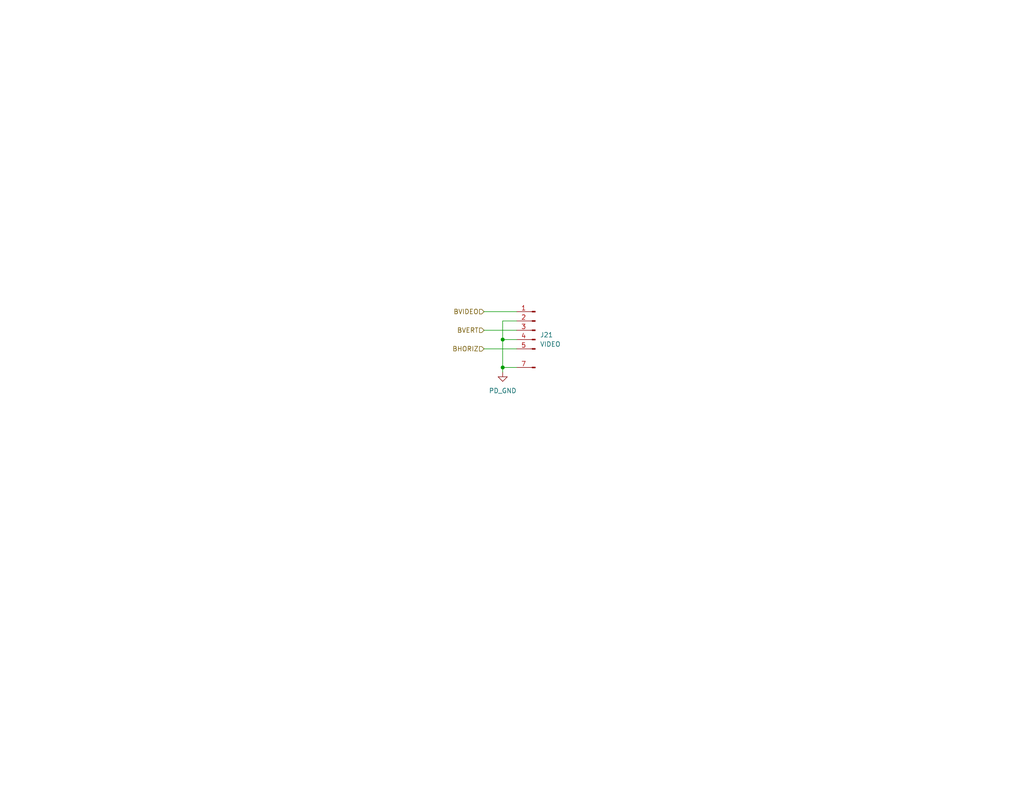
<source format=kicad_sch>
(kicad_sch (version 20211123) (generator eeschema)
  (paper "A")
  (title_block (title "EconoPET 40/8096") (date "2023-10-01") (rev "A"))
  (lib_symbols
    (symbol "PET:PD_GND" (power) (pin_names (offset 0))
      (property "Value" "PD_GND" (at 0 -3.81 0))
      (symbol "PD_GND_0_1"
        (polyline (pts (xy 0 0) (xy 0 -1.27) (xy 1.27 -1.27) (xy 0 -2.54) (xy -1.27 -1.27) (xy 0 -1.27)))
      )
      (symbol "PD_GND_1_1"
        (pin power_in line (at 0 0 270) (length 0) hide (name "PD_GND") (number "1"))
      )
    )
    (symbol "Retrocomputing:CBM_PET_VIDEO_Conn_Keyed" (pin_names (offset 1.016) hide)
      (property "Reference" "J9" (at 1.27 1.2701 0))
      (property "Value" "CBM_PET_VIDEO_Conn_Keyed" (at 1.27 -1.2699 0))
      (symbol "CBM_PET_VIDEO_Conn_Keyed_1_1"
        (polyline (pts (xy 1.27 -7.62) (xy 0.8636 -7.62)) (stroke (width 0.1524)))
        (polyline (pts (xy 1.27 -2.54) (xy 0.8636 -2.54)) (stroke (width 0.1524)))
        (polyline (pts (xy 1.27 0) (xy 0.8636 0)) (stroke (width 0.1524)))
        (polyline (pts (xy 1.27 2.54) (xy 0.8636 2.54)) (stroke (width 0.1524)))
        (polyline (pts (xy 1.27 5.08) (xy 0.8636 5.08)) (stroke (width 0.1524)))
        (polyline (pts (xy 1.27 7.62) (xy 0.8636 7.62)) (stroke (width 0.1524)))
        (rectangle (start 0.8636 -7.493) (end 0 -7.747) (stroke (width 0.1524)) (fill (type outline)))
        (rectangle (start 0.8636 -2.413) (end 0 -2.667) (stroke (width 0.1524)) (fill (type outline)))
        (rectangle (start 0.8636 0.127) (end 0 -0.127) (stroke (width 0.1524)) (fill (type outline)))
        (rectangle (start 0.8636 2.667) (end 0 2.413) (stroke (width 0.1524)) (fill (type outline)))
        (rectangle (start 0.8636 5.207) (end 0 4.953) (stroke (width 0.1524)) (fill (type outline)))
        (rectangle (start 0.8636 7.747) (end 0 7.493) (stroke (width 0.1524)) (fill (type outline)))
        (pin passive line (at 5.08 7.62 180) (length 3.81) (name "GND") (number "1"))
        (pin passive line (at 5.08 5.08 180) (length 3.81) (name "GND") (number "2"))
        (pin passive line (at 5.08 2.54 180) (length 3.81) (name "VERT") (number "3"))
        (pin passive line (at 5.08 0 180) (length 3.81) (name "GND") (number "4"))
        (pin passive line (at 5.08 -2.54 180) (length 3.81) (name "HORIZ") (number "5"))
        (pin passive line (at 5.08 -7.62 180) (length 3.81) (name "VIDEO") (number "7"))
      )
    )
  )
  (junction (at 137.16 92.71))
  (junction (at 137.16 100.33))
  (wire (pts (xy 137.16 92.71) (xy 137.16 100.33)))
  (wire (pts (xy 137.16 92.71) (xy 140.97 92.71)))
  (wire (pts (xy 137.16 87.63) (xy 137.16 92.71)))
  (wire (pts (xy 137.16 100.33) (xy 140.97 100.33)))
  (wire (pts (xy 132.08 95.25) (xy 140.97 95.25)))
  (wire (pts (xy 132.08 85.09) (xy 140.97 85.09)))
  (wire (pts (xy 140.97 87.63) (xy 137.16 87.63)))
  (wire (pts (xy 132.08 90.17) (xy 140.97 90.17)))
  (wire (pts (xy 137.16 100.33) (xy 137.16 101.6)))
  (hierarchical_label "BHORIZ" (shape input) (at 132.08 95.25 180))
  (hierarchical_label "BVIDEO" (shape input) (at 132.08 85.09 180))
  (hierarchical_label "BVERT" (shape input) (at 132.08 90.17 180))
  (symbol (lib_id "PET:PD_GND") (at 137.16 101.6 0) (unit 1)
    (property "Reference" "#PWR0131" (effects hide))
    (property "Value" "PD_GND" (at 137.16 106.68 0))
  )
  (symbol (lib_id "Retrocomputing:CBM_PET_VIDEO_Conn_Keyed") (at 146.05 92.71 0) (mirror y) (unit 1)
    (property "Reference" "J21" (at 147.32 91.4399 0) (effects (justify right)))
    (property "Value" "VIDEO" (at 147.32 93.9799 0) (effects (justify right)))
    (property "Footprint" "PET:PET_Video" (effects hide))
    (property "MOUSER" "649-1012937893603BLF" (effects hide))
  )
)
</source>
